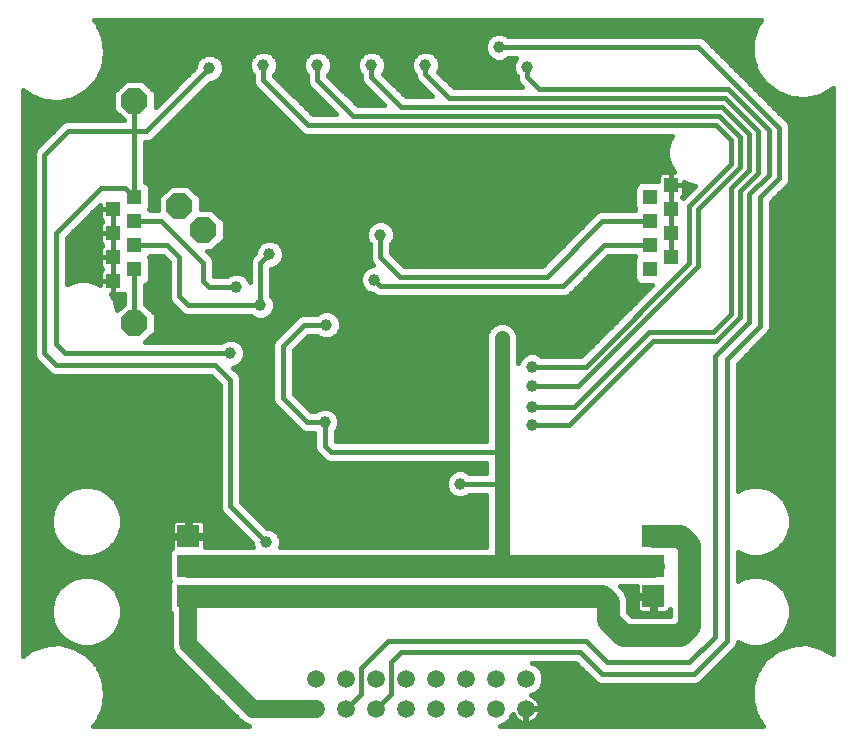
<source format=gbl>
G75*
%MOIN*%
%OFA0B0*%
%FSLAX24Y24*%
%IPPOS*%
%LPD*%
%AMOC8*
5,1,8,0,0,1.08239X$1,22.5*
%
%ADD10R,0.0515X0.0515*%
%ADD11R,0.0750X0.0750*%
%ADD12OC8,0.0850*%
%ADD13C,0.0595*%
%ADD14C,0.0396*%
%ADD15C,0.0160*%
%ADD16C,0.0750*%
%ADD17C,0.0600*%
%ADD18C,0.0500*%
D10*
X003680Y019793D03*
X003680Y020593D03*
X004380Y020193D03*
X004380Y020993D03*
X004380Y021793D03*
X003680Y021393D03*
X003680Y022193D03*
X004380Y022593D03*
X021580Y022593D03*
X022280Y022193D03*
X022280Y022993D03*
X021580Y021793D03*
X021580Y020993D03*
X022280Y020593D03*
X021580Y020193D03*
X022280Y021393D03*
D11*
X021680Y011293D03*
X021680Y010293D03*
X021680Y009293D03*
X006180Y009293D03*
X006180Y010293D03*
X006180Y011293D03*
D12*
X004380Y018393D03*
X006680Y021493D03*
X005880Y022293D03*
X004380Y025793D03*
D13*
X010430Y006543D03*
X010430Y005543D03*
X011430Y005543D03*
X012430Y005543D03*
X013430Y005543D03*
X014430Y005543D03*
X015430Y005543D03*
X016430Y005543D03*
X017430Y005543D03*
X017430Y006543D03*
X016430Y006543D03*
X015430Y006543D03*
X014430Y006543D03*
X013430Y006543D03*
X012430Y006543D03*
X011430Y006543D03*
D14*
X008780Y011093D03*
X010730Y015093D03*
X010880Y016693D03*
X010780Y018343D03*
X012380Y019843D03*
X012580Y021343D03*
X013880Y021843D03*
X016630Y017893D03*
X017630Y016943D03*
X017630Y016293D03*
X017630Y015593D03*
X017630Y014993D03*
X015230Y015093D03*
X015230Y013043D03*
X013230Y013043D03*
X012730Y015093D03*
X015930Y011043D03*
X020680Y005993D03*
X020680Y005493D03*
X021180Y005493D03*
X021680Y005493D03*
X021680Y005993D03*
X021180Y005993D03*
X021180Y005993D03*
X007580Y017393D03*
X008580Y018993D03*
X007780Y019593D03*
X008880Y020693D03*
X006880Y026893D03*
X008680Y026993D03*
X010480Y026993D03*
X012280Y026993D03*
X014080Y026993D03*
X016530Y027593D03*
X017480Y026943D03*
X019080Y023693D03*
X019080Y023193D03*
X019580Y023193D03*
X020080Y023193D03*
X020080Y023693D03*
X019580Y023693D03*
X019580Y023693D03*
X001880Y012793D03*
X004680Y005993D03*
X004680Y005493D03*
X005180Y005493D03*
X005180Y005993D03*
X005180Y005993D03*
X005680Y005993D03*
X005680Y005493D03*
D15*
X003118Y005097D02*
X003003Y004973D01*
X008190Y004973D01*
X008001Y005052D01*
X007838Y005215D01*
X005688Y007365D01*
X005600Y007578D01*
X005600Y008727D01*
X005568Y008760D01*
X005525Y008863D01*
X005525Y009724D01*
X005554Y009793D01*
X005525Y009863D01*
X005525Y010724D01*
X005568Y010827D01*
X005627Y010886D01*
X005625Y010895D01*
X005625Y011248D01*
X006135Y011248D01*
X006135Y011338D01*
X005625Y011338D01*
X005625Y011692D01*
X005637Y011738D01*
X005661Y011779D01*
X005694Y011812D01*
X005736Y011836D01*
X005781Y011848D01*
X006135Y011848D01*
X006135Y011338D01*
X006225Y011338D01*
X006735Y011338D01*
X006735Y011692D01*
X006723Y011738D01*
X006699Y011779D01*
X006666Y011812D01*
X006624Y011836D01*
X006579Y011848D01*
X006225Y011848D01*
X006225Y011338D01*
X006225Y011248D01*
X006735Y011248D01*
X006735Y010948D01*
X008323Y010948D01*
X008302Y010998D01*
X008302Y011062D01*
X007275Y012089D01*
X007220Y012222D01*
X007220Y016344D01*
X006931Y016633D01*
X001708Y016633D01*
X001576Y016688D01*
X001475Y016789D01*
X001075Y017189D01*
X001020Y017322D01*
X001020Y024065D01*
X001075Y024197D01*
X001176Y024298D01*
X001976Y025098D01*
X000660Y025098D01*
X000660Y024940D02*
X001817Y024940D01*
X001659Y024781D02*
X000660Y024781D01*
X000660Y024623D02*
X001500Y024623D01*
X001342Y024464D02*
X000660Y024464D01*
X000660Y024306D02*
X001183Y024306D01*
X001054Y024147D02*
X000660Y024147D01*
X000660Y023989D02*
X001020Y023989D01*
X001020Y023830D02*
X000660Y023830D01*
X000660Y023672D02*
X001020Y023672D01*
X001020Y023513D02*
X000660Y023513D01*
X000660Y023355D02*
X001020Y023355D01*
X001020Y023196D02*
X000660Y023196D01*
X000660Y023038D02*
X001020Y023038D01*
X001020Y022879D02*
X000660Y022879D01*
X000660Y022721D02*
X001020Y022721D01*
X001020Y022562D02*
X000660Y022562D01*
X000660Y022404D02*
X001020Y022404D01*
X001020Y022245D02*
X000660Y022245D01*
X000660Y022087D02*
X001020Y022087D01*
X001020Y021928D02*
X000660Y021928D01*
X000660Y021770D02*
X001020Y021770D01*
X001020Y021611D02*
X000660Y021611D01*
X000660Y021453D02*
X001020Y021453D01*
X001020Y021294D02*
X000660Y021294D01*
X000660Y021136D02*
X001020Y021136D01*
X001020Y020977D02*
X000660Y020977D01*
X000660Y020819D02*
X001020Y020819D01*
X001020Y020660D02*
X000660Y020660D01*
X000660Y020502D02*
X001020Y020502D01*
X001020Y020343D02*
X000660Y020343D01*
X000660Y020185D02*
X001020Y020185D01*
X001020Y020026D02*
X000660Y020026D01*
X000660Y019868D02*
X001020Y019868D01*
X001020Y019709D02*
X000660Y019709D01*
X000660Y019551D02*
X001020Y019551D01*
X001020Y019392D02*
X000660Y019392D01*
X000660Y019234D02*
X001020Y019234D01*
X001020Y019075D02*
X000660Y019075D01*
X000660Y018917D02*
X001020Y018917D01*
X001020Y018758D02*
X000660Y018758D01*
X000660Y018600D02*
X001020Y018600D01*
X001020Y018441D02*
X000660Y018441D01*
X000660Y018283D02*
X001020Y018283D01*
X001020Y018124D02*
X000660Y018124D01*
X000660Y017966D02*
X001020Y017966D01*
X001020Y017807D02*
X000660Y017807D01*
X000660Y017649D02*
X001020Y017649D01*
X001020Y017490D02*
X000660Y017490D01*
X000660Y017332D02*
X001020Y017332D01*
X001091Y017173D02*
X000660Y017173D01*
X000660Y017015D02*
X001249Y017015D01*
X001408Y016856D02*
X000660Y016856D01*
X000660Y016698D02*
X001566Y016698D01*
X001780Y016993D02*
X007080Y016993D01*
X007580Y016493D01*
X007580Y012293D01*
X008780Y011093D01*
X009208Y011309D02*
X016100Y011309D01*
X016100Y011467D02*
X009082Y011467D01*
X009051Y011499D02*
X008875Y011571D01*
X008811Y011571D01*
X007940Y012442D01*
X007940Y016565D01*
X007885Y016697D01*
X007784Y016798D01*
X007667Y016915D01*
X007675Y016915D01*
X007851Y016988D01*
X007985Y017122D01*
X008058Y017298D01*
X008058Y017488D01*
X007985Y017664D01*
X007851Y017799D01*
X007675Y017871D01*
X007485Y017871D01*
X007309Y017799D01*
X007264Y017753D01*
X004737Y017753D01*
X005085Y018101D01*
X005085Y018685D01*
X004740Y019030D01*
X004740Y019675D01*
X004796Y019698D01*
X004875Y019777D01*
X004917Y019880D01*
X004917Y020506D01*
X004882Y020593D01*
X004898Y020633D01*
X005331Y020633D01*
X005520Y020444D01*
X005520Y019222D01*
X005575Y019089D01*
X005875Y018789D01*
X005976Y018688D01*
X006108Y018633D01*
X008264Y018633D01*
X008309Y018588D01*
X008485Y018515D01*
X008675Y018515D01*
X008851Y018588D01*
X008985Y018722D01*
X009058Y018898D01*
X009058Y019088D01*
X008985Y019264D01*
X008940Y019309D01*
X008940Y020215D01*
X008975Y020215D01*
X009151Y020288D01*
X009285Y020422D01*
X009358Y020598D01*
X009358Y020788D01*
X009285Y020964D01*
X009151Y021099D01*
X008975Y021171D01*
X008785Y021171D01*
X008609Y021099D01*
X008475Y020964D01*
X008402Y020788D01*
X008402Y020724D01*
X008275Y020597D01*
X008220Y020465D01*
X008220Y019780D01*
X008185Y019864D01*
X008051Y019999D01*
X007875Y020071D01*
X007685Y020071D01*
X007509Y019999D01*
X007464Y019953D01*
X007040Y019953D01*
X007040Y020465D01*
X006985Y020597D01*
X006884Y020698D01*
X006794Y020788D01*
X006972Y020788D01*
X007385Y021201D01*
X007385Y021785D01*
X006972Y022198D01*
X006585Y022198D01*
X006585Y022585D01*
X006172Y022998D01*
X005588Y022998D01*
X005175Y022585D01*
X005175Y022153D01*
X004898Y022153D01*
X004882Y022193D01*
X004917Y022280D01*
X004917Y022906D01*
X004875Y023009D01*
X004796Y023088D01*
X004740Y023111D01*
X004740Y024433D01*
X004852Y024433D01*
X004984Y024488D01*
X005085Y024589D01*
X006911Y026415D01*
X006975Y026415D01*
X007151Y026488D01*
X007285Y026622D01*
X007358Y026798D01*
X007358Y026988D01*
X007285Y027164D01*
X007151Y027299D01*
X006975Y027371D01*
X006785Y027371D01*
X006609Y027299D01*
X006475Y027164D01*
X006402Y026988D01*
X006402Y026924D01*
X005085Y025607D01*
X005085Y026085D01*
X004672Y026498D01*
X004088Y026498D01*
X003675Y026085D01*
X003675Y025501D01*
X004020Y025156D01*
X004020Y025153D01*
X002108Y025153D01*
X001976Y025098D01*
X002180Y024793D02*
X001380Y023993D01*
X001380Y017393D01*
X001780Y016993D01*
X002080Y017393D02*
X001780Y017693D01*
X001780Y021393D01*
X003280Y022893D01*
X004080Y022893D01*
X004380Y022593D01*
X004380Y025793D01*
X004804Y026366D02*
X005844Y026366D01*
X005685Y026208D02*
X004962Y026208D01*
X005085Y026049D02*
X005527Y026049D01*
X005368Y025891D02*
X005085Y025891D01*
X005085Y025732D02*
X005210Y025732D01*
X005753Y025257D02*
X009407Y025257D01*
X009249Y025415D02*
X005911Y025415D01*
X006070Y025574D02*
X009090Y025574D01*
X008932Y025732D02*
X006228Y025732D01*
X006387Y025891D02*
X008773Y025891D01*
X008615Y026049D02*
X006545Y026049D01*
X006704Y026208D02*
X008456Y026208D01*
X008375Y026289D02*
X009875Y024789D01*
X009976Y024688D01*
X010108Y024633D01*
X022287Y024633D01*
X022227Y024529D01*
X022150Y024242D01*
X022150Y023945D01*
X022227Y023657D01*
X022358Y023431D01*
X022280Y023431D01*
X021999Y023431D01*
X021953Y023419D01*
X021912Y023395D01*
X021878Y023361D01*
X021855Y023320D01*
X021843Y023274D01*
X021843Y023131D01*
X021267Y023131D01*
X021164Y023088D01*
X021085Y023009D01*
X021043Y022906D01*
X021043Y022280D01*
X021078Y022193D01*
X021062Y022153D01*
X019908Y022153D01*
X019776Y022098D01*
X017981Y020303D01*
X013379Y020303D01*
X012940Y020742D01*
X012940Y021027D01*
X012985Y021072D01*
X013058Y021248D01*
X013058Y021438D01*
X012985Y021614D01*
X012851Y021749D01*
X012675Y021821D01*
X012485Y021821D01*
X012309Y021749D01*
X012175Y021614D01*
X012102Y021438D01*
X012102Y021248D01*
X012175Y021072D01*
X012220Y021027D01*
X012220Y020522D01*
X012275Y020389D01*
X012343Y020321D01*
X012285Y020321D01*
X012109Y020249D01*
X011975Y020114D01*
X011902Y019938D01*
X011902Y019748D01*
X011975Y019572D01*
X012109Y019438D01*
X012285Y019365D01*
X012349Y019365D01*
X012376Y019338D01*
X012508Y019283D01*
X018752Y019283D01*
X018884Y019338D01*
X018985Y019439D01*
X020179Y020633D01*
X021062Y020633D01*
X021078Y020593D01*
X021043Y020506D01*
X021043Y019880D01*
X021085Y019777D01*
X021164Y019698D01*
X021267Y019656D01*
X021633Y019656D01*
X019281Y017303D01*
X017946Y017303D01*
X017901Y017349D01*
X017725Y017421D01*
X017535Y017421D01*
X017359Y017349D01*
X017225Y017214D01*
X017160Y017058D01*
X017160Y017999D01*
X017079Y018194D01*
X016930Y018343D01*
X016735Y018423D01*
X016525Y018423D01*
X016330Y018343D01*
X016181Y018194D01*
X016100Y017999D01*
X016100Y014453D01*
X011090Y014453D01*
X011090Y014777D01*
X011135Y014822D01*
X011208Y014998D01*
X011208Y015188D01*
X011135Y015364D01*
X011001Y015499D01*
X010825Y015571D01*
X010635Y015571D01*
X010459Y015499D01*
X010414Y015453D01*
X010279Y015453D01*
X009690Y016042D01*
X009690Y017494D01*
X010179Y017983D01*
X010464Y017983D01*
X010509Y017938D01*
X010685Y017865D01*
X010875Y017865D01*
X011051Y017938D01*
X011185Y018072D01*
X011258Y018248D01*
X011258Y018438D01*
X011185Y018614D01*
X011051Y018749D01*
X010875Y018821D01*
X010685Y018821D01*
X010509Y018749D01*
X010464Y018703D01*
X009958Y018703D01*
X009826Y018648D01*
X009126Y017948D01*
X009025Y017847D01*
X008970Y017715D01*
X008970Y015822D01*
X009025Y015689D01*
X009825Y014889D01*
X009926Y014788D01*
X010058Y014733D01*
X010370Y014733D01*
X010370Y014222D01*
X010425Y014089D01*
X010526Y013988D01*
X010726Y013788D01*
X010858Y013733D01*
X016100Y013733D01*
X016100Y013403D01*
X015546Y013403D01*
X015501Y013449D01*
X015325Y013521D01*
X015135Y013521D01*
X014959Y013449D01*
X014825Y013314D01*
X014752Y013138D01*
X014752Y012948D01*
X014825Y012772D01*
X014959Y012638D01*
X015135Y012565D01*
X015325Y012565D01*
X015501Y012638D01*
X015546Y012683D01*
X016100Y012683D01*
X016100Y010948D01*
X009237Y010948D01*
X009258Y010998D01*
X009258Y011188D01*
X009185Y011364D01*
X009051Y011499D01*
X008757Y011626D02*
X016100Y011626D01*
X016100Y011784D02*
X008598Y011784D01*
X008440Y011943D02*
X016100Y011943D01*
X016100Y012101D02*
X008281Y012101D01*
X008123Y012260D02*
X016100Y012260D01*
X016100Y012418D02*
X007964Y012418D01*
X007940Y012577D02*
X015107Y012577D01*
X015353Y012577D02*
X016100Y012577D01*
X016530Y013043D02*
X015230Y013043D01*
X014752Y013052D02*
X007940Y013052D01*
X007940Y012894D02*
X014774Y012894D01*
X014862Y012735D02*
X007940Y012735D01*
X007940Y013211D02*
X014782Y013211D01*
X014880Y013369D02*
X007940Y013369D01*
X007940Y013528D02*
X016100Y013528D01*
X016100Y013686D02*
X007940Y013686D01*
X007940Y013845D02*
X010669Y013845D01*
X010511Y014003D02*
X007940Y014003D01*
X007940Y014162D02*
X010395Y014162D01*
X010370Y014320D02*
X007940Y014320D01*
X007940Y014479D02*
X010370Y014479D01*
X010370Y014637D02*
X007940Y014637D01*
X007940Y014796D02*
X009918Y014796D01*
X009760Y014954D02*
X007940Y014954D01*
X007940Y015113D02*
X009601Y015113D01*
X009443Y015271D02*
X007940Y015271D01*
X007940Y015430D02*
X009284Y015430D01*
X009126Y015588D02*
X007940Y015588D01*
X007940Y015747D02*
X009001Y015747D01*
X008970Y015905D02*
X007940Y015905D01*
X007940Y016064D02*
X008970Y016064D01*
X008970Y016222D02*
X007940Y016222D01*
X007940Y016381D02*
X008970Y016381D01*
X008970Y016539D02*
X007940Y016539D01*
X007885Y016698D02*
X008970Y016698D01*
X008970Y016856D02*
X007726Y016856D01*
X007878Y017015D02*
X008970Y017015D01*
X008970Y017173D02*
X008006Y017173D01*
X008058Y017332D02*
X008970Y017332D01*
X008970Y017490D02*
X008057Y017490D01*
X007992Y017649D02*
X008970Y017649D01*
X009008Y017807D02*
X007830Y017807D01*
X007580Y017393D02*
X002080Y017393D01*
X000660Y016539D02*
X007025Y016539D01*
X007183Y016381D02*
X000660Y016381D01*
X000660Y016222D02*
X007220Y016222D01*
X007220Y016064D02*
X000660Y016064D01*
X000660Y015905D02*
X007220Y015905D01*
X007220Y015747D02*
X000660Y015747D01*
X000660Y015588D02*
X007220Y015588D01*
X007220Y015430D02*
X000660Y015430D01*
X000660Y015271D02*
X007220Y015271D01*
X007220Y015113D02*
X000660Y015113D01*
X000660Y014954D02*
X007220Y014954D01*
X007220Y014796D02*
X000660Y014796D01*
X000660Y014637D02*
X007220Y014637D01*
X007220Y014479D02*
X000660Y014479D01*
X000660Y014320D02*
X007220Y014320D01*
X007220Y014162D02*
X000660Y014162D01*
X000660Y014003D02*
X007220Y014003D01*
X007220Y013845D02*
X000660Y013845D01*
X000660Y013686D02*
X007220Y013686D01*
X007220Y013528D02*
X000660Y013528D01*
X000660Y013369D02*
X007220Y013369D01*
X007220Y013211D02*
X000660Y013211D01*
X000660Y013052D02*
X007220Y013052D01*
X007220Y012894D02*
X003232Y012894D01*
X003235Y012893D02*
X002935Y012973D01*
X002625Y012973D01*
X002325Y012893D01*
X002055Y012738D01*
X001836Y012518D01*
X001680Y012249D01*
X001600Y011949D01*
X001600Y011638D01*
X001680Y011338D01*
X001836Y011069D01*
X002055Y010849D01*
X002325Y010694D01*
X002625Y010613D01*
X002935Y010613D01*
X003235Y010694D01*
X003505Y010849D01*
X003724Y011069D01*
X003880Y011338D01*
X003960Y011638D01*
X003960Y011949D01*
X003880Y012249D01*
X003724Y012518D01*
X003505Y012738D01*
X003235Y012893D01*
X003507Y012735D02*
X007220Y012735D01*
X007220Y012577D02*
X003665Y012577D01*
X003782Y012418D02*
X007220Y012418D01*
X007220Y012260D02*
X003873Y012260D01*
X003919Y012101D02*
X007270Y012101D01*
X007421Y011943D02*
X003960Y011943D01*
X003960Y011784D02*
X005666Y011784D01*
X005625Y011626D02*
X003957Y011626D01*
X003914Y011467D02*
X005625Y011467D01*
X005625Y011150D02*
X003771Y011150D01*
X003863Y011309D02*
X006135Y011309D01*
X006225Y011309D02*
X008055Y011309D01*
X007897Y011467D02*
X006735Y011467D01*
X006735Y011626D02*
X007738Y011626D01*
X007580Y011784D02*
X006694Y011784D01*
X006225Y011784D02*
X006135Y011784D01*
X006135Y011626D02*
X006225Y011626D01*
X006225Y011467D02*
X006135Y011467D01*
X005625Y010992D02*
X003647Y010992D01*
X003477Y010833D02*
X005574Y010833D01*
X005525Y010675D02*
X003165Y010675D01*
X002395Y010675D02*
X000660Y010675D01*
X000660Y010833D02*
X002083Y010833D01*
X001913Y010992D02*
X000660Y010992D01*
X000660Y011150D02*
X001789Y011150D01*
X001697Y011309D02*
X000660Y011309D01*
X000660Y011467D02*
X001646Y011467D01*
X001603Y011626D02*
X000660Y011626D01*
X000660Y011784D02*
X001600Y011784D01*
X001600Y011943D02*
X000660Y011943D01*
X000660Y012101D02*
X001641Y012101D01*
X001687Y012260D02*
X000660Y012260D01*
X000660Y012418D02*
X001778Y012418D01*
X001895Y012577D02*
X000660Y012577D01*
X000660Y012735D02*
X002053Y012735D01*
X002328Y012894D02*
X000660Y012894D01*
X000660Y010516D02*
X005525Y010516D01*
X005525Y010358D02*
X000660Y010358D01*
X000660Y010199D02*
X005525Y010199D01*
X005525Y010041D02*
X000660Y010041D01*
X000660Y009882D02*
X002306Y009882D01*
X002325Y009893D02*
X002055Y009738D01*
X001836Y009518D01*
X001680Y009249D01*
X001600Y008949D01*
X001600Y008638D01*
X001680Y008338D01*
X001836Y008069D01*
X002055Y007849D01*
X002325Y007694D01*
X002625Y007613D01*
X002935Y007613D01*
X003235Y007694D01*
X003505Y007849D01*
X003724Y008069D01*
X003880Y008338D01*
X003960Y008638D01*
X003960Y008949D01*
X003880Y009249D01*
X003724Y009518D01*
X003505Y009738D01*
X003235Y009893D01*
X002935Y009973D01*
X002625Y009973D01*
X002325Y009893D01*
X002042Y009724D02*
X000660Y009724D01*
X000660Y009565D02*
X001883Y009565D01*
X001772Y009407D02*
X000660Y009407D01*
X000660Y009248D02*
X001680Y009248D01*
X001638Y009090D02*
X000660Y009090D01*
X000660Y008931D02*
X001600Y008931D01*
X001600Y008773D02*
X000660Y008773D01*
X000660Y008614D02*
X001606Y008614D01*
X001649Y008456D02*
X000660Y008456D01*
X000660Y008297D02*
X001704Y008297D01*
X001795Y008139D02*
X000660Y008139D01*
X000660Y007980D02*
X001924Y007980D01*
X002103Y007822D02*
X000660Y007822D01*
X000660Y007663D02*
X001311Y007663D01*
X001356Y007681D02*
X000890Y007498D01*
X000660Y007315D01*
X000660Y026172D01*
X000890Y025988D01*
X001356Y025805D01*
X001856Y025768D01*
X002344Y025879D01*
X002777Y026130D01*
X002777Y026130D01*
X003118Y026497D01*
X003335Y026948D01*
X003410Y027443D01*
X003335Y027938D01*
X003118Y028390D01*
X003022Y028493D01*
X025267Y028493D01*
X025116Y028272D01*
X024969Y027794D01*
X024969Y027293D01*
X025116Y026814D01*
X025398Y026401D01*
X025398Y026401D01*
X025398Y026401D01*
X025790Y026088D01*
X026256Y025905D01*
X026756Y025868D01*
X027244Y025979D01*
X027670Y026226D01*
X027670Y007361D01*
X027244Y007607D01*
X026756Y007719D01*
X026256Y007681D01*
X025790Y007498D01*
X025398Y007186D01*
X025116Y006772D01*
X024969Y006294D01*
X024969Y005793D01*
X025116Y005314D01*
X025349Y004973D01*
X016563Y004973D01*
X016757Y005054D01*
X016920Y005216D01*
X016984Y005371D01*
X016988Y005360D01*
X017022Y005293D01*
X017066Y005232D01*
X017119Y005179D01*
X017180Y005135D01*
X017247Y005101D01*
X017318Y005078D01*
X017392Y005066D01*
X017411Y005066D01*
X017411Y005525D01*
X017449Y005525D01*
X017449Y005562D01*
X017907Y005562D01*
X017907Y005581D01*
X017896Y005655D01*
X017872Y005727D01*
X017838Y005794D01*
X017794Y005854D01*
X017741Y005908D01*
X017680Y005952D01*
X017613Y005986D01*
X017602Y005989D01*
X017757Y006054D01*
X017920Y006216D01*
X018007Y006428D01*
X018007Y006658D01*
X017920Y006870D01*
X017757Y007033D01*
X017635Y007083D01*
X019081Y007083D01*
X019776Y006388D01*
X019908Y006333D01*
X023102Y006333D01*
X023234Y006388D01*
X023335Y006489D01*
X024435Y007589D01*
X024490Y007722D01*
X024490Y007771D01*
X024625Y007694D01*
X024925Y007613D01*
X025235Y007613D01*
X025535Y007694D01*
X025805Y007849D01*
X026024Y008069D01*
X026180Y008338D01*
X026260Y008638D01*
X026260Y008949D01*
X026180Y009249D01*
X026024Y009518D01*
X025805Y009738D01*
X025535Y009893D01*
X025235Y009973D01*
X024925Y009973D01*
X024625Y009893D01*
X024490Y009815D01*
X024490Y010771D01*
X024625Y010694D01*
X024925Y010613D01*
X025235Y010613D01*
X025535Y010694D01*
X025805Y010849D01*
X026024Y011069D01*
X026180Y011338D01*
X026260Y011638D01*
X026260Y011949D01*
X026180Y012249D01*
X026024Y012518D01*
X025805Y012738D01*
X025535Y012893D01*
X025235Y012973D01*
X024925Y012973D01*
X024625Y012893D01*
X024490Y012815D01*
X024490Y017044D01*
X025535Y018089D01*
X025590Y018222D01*
X025590Y022444D01*
X026185Y023039D01*
X026240Y023172D01*
X026240Y024965D01*
X026185Y025097D01*
X026084Y025198D01*
X023384Y027898D01*
X023252Y027953D01*
X016846Y027953D01*
X016801Y027999D01*
X016625Y028071D01*
X016435Y028071D01*
X016259Y027999D01*
X016125Y027864D01*
X016052Y027688D01*
X016052Y027498D01*
X016125Y027322D01*
X016259Y027188D01*
X016435Y027115D01*
X016625Y027115D01*
X016801Y027188D01*
X016846Y027233D01*
X017094Y027233D01*
X017075Y027214D01*
X017002Y027038D01*
X017002Y026848D01*
X017075Y026672D01*
X017120Y026627D01*
X017120Y026522D01*
X017175Y026389D01*
X017276Y026288D01*
X017311Y026253D01*
X015029Y026253D01*
X014507Y026775D01*
X014558Y026898D01*
X014558Y027088D01*
X014485Y027264D01*
X014351Y027399D01*
X014175Y027471D01*
X013985Y027471D01*
X013809Y027399D01*
X013675Y027264D01*
X013602Y027088D01*
X013602Y026898D01*
X013675Y026722D01*
X013720Y026677D01*
X013720Y026622D01*
X013775Y026489D01*
X014311Y025953D01*
X013429Y025953D01*
X012673Y026710D01*
X012685Y026722D01*
X012758Y026898D01*
X012758Y027088D01*
X012685Y027264D01*
X012551Y027399D01*
X012375Y027471D01*
X012185Y027471D01*
X012009Y027399D01*
X011875Y027264D01*
X011802Y027088D01*
X011802Y026898D01*
X011875Y026722D01*
X011920Y026677D01*
X011920Y026522D01*
X011975Y026389D01*
X012711Y025653D01*
X011829Y025653D01*
X010840Y026642D01*
X010840Y026677D01*
X010885Y026722D01*
X010958Y026898D01*
X010958Y027088D01*
X010885Y027264D01*
X010751Y027399D01*
X010575Y027471D01*
X010385Y027471D01*
X010209Y027399D01*
X010075Y027264D01*
X010002Y027088D01*
X010002Y026898D01*
X010075Y026722D01*
X010120Y026677D01*
X010120Y026422D01*
X010175Y026289D01*
X011111Y025353D01*
X010329Y025353D01*
X009040Y026642D01*
X009040Y026677D01*
X009085Y026722D01*
X009158Y026898D01*
X009158Y027088D01*
X009085Y027264D01*
X008951Y027399D01*
X008775Y027471D01*
X008585Y027471D01*
X008409Y027399D01*
X008275Y027264D01*
X008202Y027088D01*
X008202Y026898D01*
X008275Y026722D01*
X008320Y026677D01*
X008320Y026422D01*
X008375Y026289D01*
X008343Y026366D02*
X006862Y026366D01*
X007188Y026525D02*
X008320Y026525D01*
X008314Y026683D02*
X007311Y026683D01*
X007358Y026842D02*
X008225Y026842D01*
X008202Y027000D02*
X007353Y027000D01*
X007288Y027159D02*
X008231Y027159D01*
X008328Y027317D02*
X007106Y027317D01*
X006654Y027317D02*
X003391Y027317D01*
X003405Y027476D02*
X016061Y027476D01*
X016052Y027634D02*
X003381Y027634D01*
X003357Y027793D02*
X016095Y027793D01*
X016212Y027951D02*
X003329Y027951D01*
X003335Y027938D02*
X003335Y027938D01*
X003253Y028110D02*
X025066Y028110D01*
X025115Y028268D02*
X003177Y028268D01*
X003118Y028390D02*
X003118Y028390D01*
X003084Y028427D02*
X025222Y028427D01*
X025116Y028272D02*
X025116Y028272D01*
X025017Y027951D02*
X023256Y027951D01*
X023490Y027793D02*
X024969Y027793D01*
X024969Y027634D02*
X023648Y027634D01*
X023807Y027476D02*
X024969Y027476D01*
X024969Y027317D02*
X023965Y027317D01*
X024124Y027159D02*
X025010Y027159D01*
X025059Y027000D02*
X024282Y027000D01*
X024441Y026842D02*
X025108Y026842D01*
X025116Y026814D02*
X025116Y026814D01*
X025206Y026683D02*
X024599Y026683D01*
X024758Y026525D02*
X025314Y026525D01*
X025441Y026366D02*
X024916Y026366D01*
X025075Y026208D02*
X025640Y026208D01*
X025790Y026088D02*
X025790Y026088D01*
X025889Y026049D02*
X025233Y026049D01*
X025392Y025891D02*
X026451Y025891D01*
X026256Y025905D02*
X026256Y025905D01*
X026756Y025868D02*
X026756Y025868D01*
X026856Y025891D02*
X027670Y025891D01*
X027670Y026049D02*
X027365Y026049D01*
X027244Y025979D02*
X027244Y025979D01*
X027639Y026208D02*
X027670Y026208D01*
X027670Y025732D02*
X025550Y025732D01*
X025709Y025574D02*
X027670Y025574D01*
X027670Y025415D02*
X025867Y025415D01*
X026026Y025257D02*
X027670Y025257D01*
X027670Y025098D02*
X026184Y025098D01*
X026240Y024940D02*
X027670Y024940D01*
X027670Y024781D02*
X026240Y024781D01*
X026240Y024623D02*
X027670Y024623D01*
X027670Y024464D02*
X026240Y024464D01*
X026240Y024306D02*
X027670Y024306D01*
X027670Y024147D02*
X026240Y024147D01*
X026240Y023989D02*
X027670Y023989D01*
X027670Y023830D02*
X026240Y023830D01*
X026240Y023672D02*
X027670Y023672D01*
X027670Y023513D02*
X026240Y023513D01*
X026240Y023355D02*
X027670Y023355D01*
X027670Y023196D02*
X026240Y023196D01*
X026184Y023038D02*
X027670Y023038D01*
X027670Y022879D02*
X026025Y022879D01*
X025867Y022721D02*
X027670Y022721D01*
X027670Y022562D02*
X025708Y022562D01*
X025590Y022404D02*
X027670Y022404D01*
X027670Y022245D02*
X025590Y022245D01*
X025590Y022087D02*
X027670Y022087D01*
X027670Y021928D02*
X025590Y021928D01*
X025590Y021770D02*
X027670Y021770D01*
X027670Y021611D02*
X025590Y021611D01*
X025590Y021453D02*
X027670Y021453D01*
X027670Y021294D02*
X025590Y021294D01*
X025590Y021136D02*
X027670Y021136D01*
X027670Y020977D02*
X025590Y020977D01*
X025590Y020819D02*
X027670Y020819D01*
X027670Y020660D02*
X025590Y020660D01*
X025590Y020502D02*
X027670Y020502D01*
X027670Y020343D02*
X025590Y020343D01*
X025590Y020185D02*
X027670Y020185D01*
X027670Y020026D02*
X025590Y020026D01*
X025590Y019868D02*
X027670Y019868D01*
X027670Y019709D02*
X025590Y019709D01*
X025590Y019551D02*
X027670Y019551D01*
X027670Y019392D02*
X025590Y019392D01*
X025590Y019234D02*
X027670Y019234D01*
X027670Y019075D02*
X025590Y019075D01*
X025590Y018917D02*
X027670Y018917D01*
X027670Y018758D02*
X025590Y018758D01*
X025590Y018600D02*
X027670Y018600D01*
X027670Y018441D02*
X025590Y018441D01*
X025590Y018283D02*
X027670Y018283D01*
X027670Y018124D02*
X025550Y018124D01*
X025412Y017966D02*
X027670Y017966D01*
X027670Y017807D02*
X025253Y017807D01*
X025095Y017649D02*
X027670Y017649D01*
X027670Y017490D02*
X024936Y017490D01*
X024778Y017332D02*
X027670Y017332D01*
X027670Y017173D02*
X024619Y017173D01*
X024490Y017015D02*
X027670Y017015D01*
X027670Y016856D02*
X024490Y016856D01*
X024490Y016698D02*
X027670Y016698D01*
X027670Y016539D02*
X024490Y016539D01*
X024490Y016381D02*
X027670Y016381D01*
X027670Y016222D02*
X024490Y016222D01*
X024490Y016064D02*
X027670Y016064D01*
X027670Y015905D02*
X024490Y015905D01*
X024490Y015747D02*
X027670Y015747D01*
X027670Y015588D02*
X024490Y015588D01*
X024490Y015430D02*
X027670Y015430D01*
X027670Y015271D02*
X024490Y015271D01*
X024490Y015113D02*
X027670Y015113D01*
X027670Y014954D02*
X024490Y014954D01*
X024490Y014796D02*
X027670Y014796D01*
X027670Y014637D02*
X024490Y014637D01*
X024490Y014479D02*
X027670Y014479D01*
X027670Y014320D02*
X024490Y014320D01*
X024490Y014162D02*
X027670Y014162D01*
X027670Y014003D02*
X024490Y014003D01*
X024490Y013845D02*
X027670Y013845D01*
X027670Y013686D02*
X024490Y013686D01*
X024490Y013528D02*
X027670Y013528D01*
X027670Y013369D02*
X024490Y013369D01*
X024490Y013211D02*
X027670Y013211D01*
X027670Y013052D02*
X024490Y013052D01*
X024490Y012894D02*
X024628Y012894D01*
X025532Y012894D02*
X027670Y012894D01*
X027670Y012735D02*
X025807Y012735D01*
X025965Y012577D02*
X027670Y012577D01*
X027670Y012418D02*
X026082Y012418D01*
X026173Y012260D02*
X027670Y012260D01*
X027670Y012101D02*
X026219Y012101D01*
X026260Y011943D02*
X027670Y011943D01*
X027670Y011784D02*
X026260Y011784D01*
X026257Y011626D02*
X027670Y011626D01*
X027670Y011467D02*
X026214Y011467D01*
X026163Y011309D02*
X027670Y011309D01*
X027670Y011150D02*
X026071Y011150D01*
X025947Y010992D02*
X027670Y010992D01*
X027670Y010833D02*
X025777Y010833D01*
X025465Y010675D02*
X027670Y010675D01*
X027670Y010516D02*
X024490Y010516D01*
X024490Y010358D02*
X027670Y010358D01*
X027670Y010199D02*
X024490Y010199D01*
X024490Y010041D02*
X027670Y010041D01*
X027670Y009882D02*
X025554Y009882D01*
X025818Y009724D02*
X027670Y009724D01*
X027670Y009565D02*
X025977Y009565D01*
X026088Y009407D02*
X027670Y009407D01*
X027670Y009248D02*
X026180Y009248D01*
X026222Y009090D02*
X027670Y009090D01*
X027670Y008931D02*
X026260Y008931D01*
X026260Y008773D02*
X027670Y008773D01*
X027670Y008614D02*
X026254Y008614D01*
X026211Y008456D02*
X027670Y008456D01*
X027670Y008297D02*
X026156Y008297D01*
X026065Y008139D02*
X027670Y008139D01*
X027670Y007980D02*
X025936Y007980D01*
X025757Y007822D02*
X027670Y007822D01*
X027670Y007663D02*
X026998Y007663D01*
X027421Y007505D02*
X027670Y007505D01*
X026211Y007663D02*
X025422Y007663D01*
X025600Y007346D02*
X024192Y007346D01*
X024034Y007188D02*
X025401Y007188D01*
X025398Y007186D02*
X025398Y007186D01*
X025398Y007186D01*
X025292Y007029D02*
X023875Y007029D01*
X023717Y006871D02*
X025184Y006871D01*
X025116Y006772D02*
X025116Y006772D01*
X025098Y006712D02*
X023558Y006712D01*
X023400Y006554D02*
X025049Y006554D01*
X025000Y006395D02*
X023241Y006395D01*
X023030Y006693D02*
X019980Y006693D01*
X019230Y007443D01*
X013280Y007443D01*
X012930Y007093D01*
X012930Y006043D01*
X012430Y005543D01*
X011930Y006043D02*
X011430Y005543D01*
X011930Y006043D02*
X011930Y006893D01*
X012830Y007793D01*
X019430Y007793D01*
X020130Y007093D01*
X022880Y007093D01*
X023730Y007943D01*
X023730Y017293D01*
X024880Y018443D01*
X024880Y022693D01*
X025530Y023343D01*
X025530Y024843D01*
X024180Y026193D01*
X017880Y026193D01*
X017480Y026593D01*
X017480Y026943D01*
X017052Y027159D02*
X016730Y027159D01*
X017002Y027000D02*
X014558Y027000D01*
X014535Y026842D02*
X017005Y026842D01*
X017070Y026683D02*
X014599Y026683D01*
X014758Y026525D02*
X017120Y026525D01*
X017198Y026366D02*
X014916Y026366D01*
X014880Y025893D02*
X024080Y025893D01*
X025180Y024793D01*
X025180Y023393D01*
X024580Y022793D01*
X024580Y018593D01*
X023780Y017793D01*
X021680Y017793D01*
X018880Y014993D01*
X017630Y014993D01*
X017630Y015593D02*
X019030Y015593D01*
X021530Y018093D01*
X023680Y018093D01*
X024280Y018693D01*
X024280Y022893D01*
X024880Y023493D01*
X024880Y024693D01*
X023980Y025593D01*
X013280Y025593D01*
X012280Y026593D01*
X012280Y026993D01*
X012758Y027000D02*
X013602Y027000D01*
X013625Y026842D02*
X012735Y026842D01*
X012699Y026683D02*
X013714Y026683D01*
X013760Y026525D02*
X012858Y026525D01*
X013016Y026366D02*
X013898Y026366D01*
X014056Y026208D02*
X013175Y026208D01*
X013333Y026049D02*
X014215Y026049D01*
X014080Y026693D02*
X014880Y025893D01*
X014080Y026693D02*
X014080Y026993D01*
X013631Y027159D02*
X012729Y027159D01*
X012632Y027317D02*
X013728Y027317D01*
X014432Y027317D02*
X016130Y027317D01*
X016330Y027159D02*
X014529Y027159D01*
X012632Y025732D02*
X011750Y025732D01*
X011592Y025891D02*
X012473Y025891D01*
X012315Y026049D02*
X011433Y026049D01*
X011275Y026208D02*
X012156Y026208D01*
X011998Y026366D02*
X011116Y026366D01*
X010958Y026525D02*
X011920Y026525D01*
X011914Y026683D02*
X010846Y026683D01*
X010935Y026842D02*
X011825Y026842D01*
X011802Y027000D02*
X010958Y027000D01*
X010929Y027159D02*
X011831Y027159D01*
X011928Y027317D02*
X010832Y027317D01*
X010480Y026993D02*
X010480Y026493D01*
X011680Y025293D01*
X023880Y025293D01*
X024580Y024593D01*
X024580Y023593D01*
X023180Y022193D01*
X023180Y020293D01*
X019180Y016293D01*
X017630Y016293D01*
X017630Y016943D02*
X019430Y016943D01*
X022880Y020393D01*
X022880Y022293D01*
X024280Y023693D01*
X024280Y024493D01*
X023780Y024993D01*
X010180Y024993D01*
X008680Y026493D01*
X008680Y026993D01*
X009158Y027000D02*
X010002Y027000D01*
X010025Y026842D02*
X009135Y026842D01*
X009046Y026683D02*
X010114Y026683D01*
X010120Y026525D02*
X009158Y026525D01*
X009316Y026366D02*
X010143Y026366D01*
X010256Y026208D02*
X009475Y026208D01*
X009633Y026049D02*
X010415Y026049D01*
X010573Y025891D02*
X009792Y025891D01*
X009950Y025732D02*
X010732Y025732D01*
X010890Y025574D02*
X010109Y025574D01*
X010267Y025415D02*
X011049Y025415D01*
X009883Y024781D02*
X005277Y024781D01*
X005119Y024623D02*
X022281Y024623D01*
X022210Y024464D02*
X004927Y024464D01*
X004740Y024306D02*
X022167Y024306D01*
X022150Y024147D02*
X004740Y024147D01*
X004740Y023989D02*
X022150Y023989D01*
X022181Y023830D02*
X004740Y023830D01*
X004740Y023672D02*
X022223Y023672D01*
X022310Y023513D02*
X004740Y023513D01*
X004740Y023355D02*
X021875Y023355D01*
X021843Y023196D02*
X004740Y023196D01*
X004846Y023038D02*
X021114Y023038D01*
X021043Y022879D02*
X006291Y022879D01*
X006449Y022721D02*
X021043Y022721D01*
X021043Y022562D02*
X006585Y022562D01*
X006585Y022404D02*
X021043Y022404D01*
X021057Y022245D02*
X006585Y022245D01*
X007083Y022087D02*
X019764Y022087D01*
X019606Y021928D02*
X007242Y021928D01*
X007385Y021770D02*
X012360Y021770D01*
X012174Y021611D02*
X007385Y021611D01*
X007385Y021453D02*
X012108Y021453D01*
X012102Y021294D02*
X007385Y021294D01*
X007320Y021136D02*
X008699Y021136D01*
X008488Y020977D02*
X007161Y020977D01*
X007003Y020819D02*
X008414Y020819D01*
X008338Y020660D02*
X006922Y020660D01*
X007025Y020502D02*
X008235Y020502D01*
X008220Y020343D02*
X007040Y020343D01*
X007040Y020185D02*
X008220Y020185D01*
X008220Y020026D02*
X007984Y020026D01*
X008182Y019868D02*
X008220Y019868D01*
X007780Y019593D02*
X006880Y019593D01*
X006680Y019793D01*
X006680Y020393D01*
X005280Y021793D01*
X004380Y021793D01*
X004903Y022245D02*
X005175Y022245D01*
X005175Y022404D02*
X004917Y022404D01*
X004917Y022562D02*
X005175Y022562D01*
X005311Y022721D02*
X004917Y022721D01*
X004917Y022879D02*
X005469Y022879D01*
X003680Y022193D02*
X003680Y021756D01*
X003680Y021393D01*
X003680Y020956D01*
X003680Y020593D01*
X003680Y020156D01*
X003680Y019793D01*
X003680Y019356D01*
X003961Y019356D01*
X004007Y019368D01*
X004020Y019376D01*
X004020Y019030D01*
X003810Y018820D01*
X003810Y018842D01*
X003733Y019129D01*
X003602Y019356D01*
X003680Y019356D01*
X003680Y019793D01*
X003680Y019793D01*
X003243Y019793D01*
X003243Y019673D01*
X003116Y019746D01*
X002829Y019823D01*
X002531Y019823D01*
X002244Y019746D01*
X002140Y019686D01*
X002140Y021244D01*
X003243Y022347D01*
X003243Y022193D01*
X003243Y021912D01*
X003255Y021866D01*
X003278Y021825D01*
X003310Y021793D01*
X003278Y021761D01*
X003255Y021720D01*
X003243Y021674D01*
X003243Y021393D01*
X003243Y021112D01*
X003255Y021066D01*
X003278Y021025D01*
X003310Y020993D01*
X003278Y020961D01*
X003255Y020920D01*
X003243Y020874D01*
X003243Y020593D01*
X003243Y020312D01*
X003255Y020266D01*
X003278Y020225D01*
X003310Y020193D01*
X003278Y020161D01*
X003255Y020120D01*
X003243Y020074D01*
X003243Y019793D01*
X003680Y019793D01*
X003680Y019793D01*
X003680Y020593D01*
X003680Y020593D01*
X003243Y020593D01*
X003680Y020593D01*
X003680Y020593D01*
X003680Y021393D01*
X003680Y021393D01*
X003243Y021393D01*
X003680Y021393D01*
X003680Y021393D01*
X003680Y022193D01*
X003680Y022193D01*
X003243Y022193D01*
X003680Y022193D01*
X003680Y022193D01*
X003680Y022087D02*
X003680Y022087D01*
X003680Y021928D02*
X003680Y021928D01*
X003680Y021770D02*
X003680Y021770D01*
X003680Y021611D02*
X003680Y021611D01*
X003680Y021453D02*
X003680Y021453D01*
X003680Y021393D02*
X003680Y021393D01*
X003680Y021294D02*
X003680Y021294D01*
X003680Y021136D02*
X003680Y021136D01*
X003680Y020977D02*
X003680Y020977D01*
X003680Y020819D02*
X003680Y020819D01*
X003680Y020660D02*
X003680Y020660D01*
X003680Y020593D02*
X003680Y020593D01*
X003680Y020502D02*
X003680Y020502D01*
X003680Y020343D02*
X003680Y020343D01*
X003680Y020185D02*
X003680Y020185D01*
X003680Y020026D02*
X003680Y020026D01*
X003680Y019868D02*
X003680Y019868D01*
X003680Y019793D02*
X003680Y019793D01*
X003680Y019709D02*
X003680Y019709D01*
X003680Y019551D02*
X003680Y019551D01*
X003680Y019392D02*
X003680Y019392D01*
X003673Y019234D02*
X004020Y019234D01*
X004020Y019075D02*
X003747Y019075D01*
X003790Y018917D02*
X003907Y018917D01*
X004380Y018393D02*
X004380Y020193D01*
X004917Y020185D02*
X005520Y020185D01*
X005520Y020343D02*
X004917Y020343D01*
X004917Y020502D02*
X005462Y020502D01*
X005880Y020593D02*
X005880Y019293D01*
X006180Y018993D01*
X008580Y018993D01*
X008580Y020393D01*
X008880Y020693D01*
X009206Y020343D02*
X012321Y020343D01*
X012228Y020502D02*
X009318Y020502D01*
X009358Y020660D02*
X012220Y020660D01*
X012220Y020819D02*
X009346Y020819D01*
X009272Y020977D02*
X012220Y020977D01*
X012148Y021136D02*
X009061Y021136D01*
X008940Y020185D02*
X012045Y020185D01*
X011938Y020026D02*
X008940Y020026D01*
X008940Y019868D02*
X011902Y019868D01*
X011918Y019709D02*
X008940Y019709D01*
X008940Y019551D02*
X011996Y019551D01*
X012219Y019392D02*
X008940Y019392D01*
X008998Y019234D02*
X021211Y019234D01*
X021053Y019075D02*
X009058Y019075D01*
X009058Y018917D02*
X020894Y018917D01*
X020736Y018758D02*
X011027Y018758D01*
X011191Y018600D02*
X020577Y018600D01*
X020419Y018441D02*
X011257Y018441D01*
X011258Y018283D02*
X016270Y018283D01*
X016152Y018124D02*
X011207Y018124D01*
X011079Y017966D02*
X016100Y017966D01*
X016100Y017807D02*
X010003Y017807D01*
X009845Y017649D02*
X016100Y017649D01*
X016100Y017490D02*
X009690Y017490D01*
X009690Y017332D02*
X016100Y017332D01*
X016100Y017173D02*
X009690Y017173D01*
X009690Y017015D02*
X016100Y017015D01*
X016100Y016856D02*
X009690Y016856D01*
X009690Y016698D02*
X016100Y016698D01*
X016100Y016539D02*
X009690Y016539D01*
X009690Y016381D02*
X016100Y016381D01*
X016100Y016222D02*
X009690Y016222D01*
X009690Y016064D02*
X016100Y016064D01*
X016100Y015905D02*
X009827Y015905D01*
X009986Y015747D02*
X016100Y015747D01*
X016100Y015588D02*
X010144Y015588D01*
X010130Y015093D02*
X010730Y015093D01*
X010730Y014293D01*
X010930Y014093D01*
X016530Y014093D01*
X016630Y013993D01*
X016100Y014479D02*
X011090Y014479D01*
X011090Y014637D02*
X016100Y014637D01*
X016100Y014796D02*
X011109Y014796D01*
X011190Y014954D02*
X016100Y014954D01*
X016100Y015113D02*
X011208Y015113D01*
X011174Y015271D02*
X016100Y015271D01*
X016100Y015430D02*
X011070Y015430D01*
X010130Y015093D02*
X009330Y015893D01*
X009330Y017643D01*
X010030Y018343D01*
X010780Y018343D01*
X010481Y017966D02*
X010162Y017966D01*
X009619Y018441D02*
X005085Y018441D01*
X005085Y018283D02*
X009460Y018283D01*
X009302Y018124D02*
X005085Y018124D01*
X004950Y017966D02*
X009143Y017966D01*
X008863Y018600D02*
X009777Y018600D01*
X010533Y018758D02*
X009000Y018758D01*
X008297Y018600D02*
X005085Y018600D01*
X005012Y018758D02*
X005906Y018758D01*
X005875Y018789D02*
X005875Y018789D01*
X005747Y018917D02*
X004853Y018917D01*
X004740Y019075D02*
X005589Y019075D01*
X005520Y019234D02*
X004740Y019234D01*
X004740Y019392D02*
X005520Y019392D01*
X005520Y019551D02*
X004740Y019551D01*
X004807Y019709D02*
X005520Y019709D01*
X005520Y019868D02*
X004912Y019868D01*
X004917Y020026D02*
X005520Y020026D01*
X005880Y020593D02*
X005480Y020993D01*
X004380Y020993D01*
X003295Y020977D02*
X002140Y020977D01*
X002140Y020819D02*
X003243Y020819D01*
X003243Y020660D02*
X002140Y020660D01*
X002140Y020502D02*
X003243Y020502D01*
X003243Y020343D02*
X002140Y020343D01*
X002140Y020185D02*
X003302Y020185D01*
X003243Y020026D02*
X002140Y020026D01*
X002140Y019868D02*
X003243Y019868D01*
X003243Y019709D02*
X003180Y019709D01*
X002180Y019709D02*
X002140Y019709D01*
X002140Y021136D02*
X003243Y021136D01*
X003243Y021294D02*
X002190Y021294D01*
X002349Y021453D02*
X003243Y021453D01*
X003243Y021611D02*
X002507Y021611D01*
X002666Y021770D02*
X003287Y021770D01*
X003243Y021928D02*
X002824Y021928D01*
X002983Y022087D02*
X003243Y022087D01*
X003243Y022245D02*
X003141Y022245D01*
X002180Y024793D02*
X004780Y024793D01*
X006880Y026893D01*
X006407Y027000D02*
X003343Y027000D01*
X003335Y026948D02*
X003335Y026948D01*
X003284Y026842D02*
X006319Y026842D01*
X006161Y026683D02*
X003208Y026683D01*
X003132Y026525D02*
X006002Y026525D01*
X006472Y027159D02*
X003367Y027159D01*
X003118Y026497D02*
X003118Y026497D01*
X002997Y026366D02*
X003956Y026366D01*
X003798Y026208D02*
X002850Y026208D01*
X002638Y026049D02*
X003675Y026049D01*
X003675Y025891D02*
X002364Y025891D01*
X002344Y025879D02*
X002344Y025879D01*
X001856Y025768D02*
X001856Y025768D01*
X001356Y025805D02*
X001356Y025805D01*
X001139Y025891D02*
X000660Y025891D01*
X000660Y026049D02*
X000814Y026049D01*
X000660Y025732D02*
X003675Y025732D01*
X003675Y025574D02*
X000660Y025574D01*
X000660Y025415D02*
X003761Y025415D01*
X003919Y025257D02*
X000660Y025257D01*
X005436Y024940D02*
X009724Y024940D01*
X009566Y025098D02*
X005594Y025098D01*
X009129Y027159D02*
X010031Y027159D01*
X010128Y027317D02*
X009032Y027317D01*
X012800Y021770D02*
X019447Y021770D01*
X019289Y021611D02*
X012986Y021611D01*
X013052Y021453D02*
X019130Y021453D01*
X018972Y021294D02*
X013058Y021294D01*
X013012Y021136D02*
X018813Y021136D01*
X018655Y020977D02*
X012940Y020977D01*
X012940Y020819D02*
X018496Y020819D01*
X018338Y020660D02*
X013022Y020660D01*
X013181Y020502D02*
X018179Y020502D01*
X018021Y020343D02*
X013339Y020343D01*
X013230Y019943D02*
X012580Y020593D01*
X012580Y021343D01*
X012380Y019843D02*
X012580Y019643D01*
X018680Y019643D01*
X020030Y020993D01*
X021580Y020993D01*
X022280Y020977D02*
X022280Y020977D01*
X022280Y021031D02*
X022280Y020593D01*
X022280Y020593D01*
X022280Y021393D01*
X022280Y021393D01*
X022280Y021031D01*
X022280Y021136D02*
X022280Y021136D01*
X022280Y021294D02*
X022280Y021294D01*
X022280Y021393D02*
X022280Y021831D01*
X022280Y022193D01*
X022280Y021393D01*
X022280Y021393D01*
X022280Y021453D02*
X022280Y021453D01*
X022280Y021611D02*
X022280Y021611D01*
X022280Y021770D02*
X022280Y021770D01*
X022280Y021928D02*
X022280Y021928D01*
X022280Y022087D02*
X022280Y022087D01*
X022280Y022193D02*
X022280Y022193D01*
X022280Y022631D01*
X022280Y022993D01*
X022280Y022193D01*
X022280Y022193D01*
X022280Y022245D02*
X022280Y022245D01*
X022280Y022404D02*
X022280Y022404D01*
X022280Y022562D02*
X022280Y022562D01*
X022280Y022721D02*
X022280Y022721D01*
X022280Y022879D02*
X022280Y022879D01*
X022280Y022993D02*
X022280Y022993D01*
X022280Y022993D01*
X022717Y022993D01*
X022717Y022712D01*
X022705Y022666D01*
X022682Y022625D01*
X022650Y022593D01*
X022660Y022583D01*
X023060Y022982D01*
X022844Y023040D01*
X022717Y023113D01*
X022717Y022993D01*
X022280Y022993D01*
X022280Y023431D01*
X022280Y022993D01*
X022280Y022993D01*
X022280Y023038D02*
X022280Y023038D01*
X022280Y023196D02*
X022280Y023196D01*
X022280Y023355D02*
X022280Y023355D01*
X022717Y023038D02*
X022853Y023038D01*
X022957Y022879D02*
X022717Y022879D01*
X022717Y022721D02*
X022798Y022721D01*
X021580Y021793D02*
X019980Y021793D01*
X018130Y019943D01*
X013230Y019943D01*
X016990Y018283D02*
X020260Y018283D01*
X020102Y018124D02*
X017108Y018124D01*
X017160Y017966D02*
X019943Y017966D01*
X019785Y017807D02*
X017160Y017807D01*
X017160Y017649D02*
X019626Y017649D01*
X019468Y017490D02*
X017160Y017490D01*
X017160Y017332D02*
X017342Y017332D01*
X017208Y017173D02*
X017160Y017173D01*
X017918Y017332D02*
X019309Y017332D01*
X018938Y019392D02*
X021370Y019392D01*
X021528Y019551D02*
X019097Y019551D01*
X019255Y019709D02*
X021153Y019709D01*
X021048Y019868D02*
X019414Y019868D01*
X019572Y020026D02*
X021043Y020026D01*
X021043Y020185D02*
X019731Y020185D01*
X019889Y020343D02*
X021043Y020343D01*
X021043Y020502D02*
X020048Y020502D01*
X022280Y020660D02*
X022280Y020660D01*
X022280Y020819D02*
X022280Y020819D01*
X025230Y022593D02*
X025230Y018293D01*
X024130Y017193D01*
X024130Y007793D01*
X023030Y006693D01*
X024351Y007505D02*
X025807Y007505D01*
X024738Y007663D02*
X024466Y007663D01*
X024969Y006237D02*
X017928Y006237D01*
X017994Y006395D02*
X019769Y006395D01*
X019610Y006554D02*
X018007Y006554D01*
X017985Y006712D02*
X019452Y006712D01*
X019293Y006871D02*
X017919Y006871D01*
X017761Y007029D02*
X019135Y007029D01*
X017782Y006078D02*
X024969Y006078D01*
X024969Y005920D02*
X017724Y005920D01*
X017855Y005761D02*
X024979Y005761D01*
X025027Y005603D02*
X017904Y005603D01*
X017907Y005525D02*
X017449Y005525D01*
X017449Y005066D01*
X017468Y005066D01*
X017542Y005078D01*
X017613Y005101D01*
X017680Y005135D01*
X017741Y005179D01*
X017794Y005232D01*
X017838Y005293D01*
X017872Y005360D01*
X017896Y005431D01*
X017907Y005506D01*
X017907Y005525D01*
X017898Y005444D02*
X025076Y005444D01*
X025116Y005314D02*
X025116Y005314D01*
X025136Y005286D02*
X017833Y005286D01*
X017665Y005127D02*
X025244Y005127D01*
X022225Y008648D02*
X020951Y008648D01*
X020835Y008765D01*
X020835Y009224D01*
X020735Y009464D01*
X020561Y009638D01*
X021125Y009638D01*
X021125Y009338D01*
X021635Y009338D01*
X021635Y009248D01*
X021725Y009248D01*
X021725Y008738D01*
X022079Y008738D01*
X022124Y008751D01*
X022166Y008774D01*
X022199Y008808D01*
X022223Y008849D01*
X022225Y008857D01*
X022225Y008648D01*
X022225Y008773D02*
X022163Y008773D01*
X021725Y008773D02*
X021635Y008773D01*
X021635Y008738D02*
X021635Y009248D01*
X021125Y009248D01*
X021125Y008895D01*
X021137Y008849D01*
X021161Y008808D01*
X021194Y008774D01*
X021236Y008751D01*
X021281Y008738D01*
X021635Y008738D01*
X021635Y008931D02*
X021725Y008931D01*
X021725Y009090D02*
X021635Y009090D01*
X021635Y009248D02*
X020825Y009248D01*
X020835Y009090D02*
X021125Y009090D01*
X021125Y008931D02*
X020835Y008931D01*
X020835Y008773D02*
X021197Y008773D01*
X021125Y009407D02*
X020759Y009407D01*
X020634Y009565D02*
X021125Y009565D01*
X024490Y009882D02*
X024606Y009882D01*
X024695Y010675D02*
X024490Y010675D01*
X017449Y005444D02*
X017411Y005444D01*
X017411Y005286D02*
X017449Y005286D01*
X017449Y005127D02*
X017411Y005127D01*
X017195Y005127D02*
X016831Y005127D01*
X016948Y005286D02*
X017027Y005286D01*
X016100Y010992D02*
X009255Y010992D01*
X009258Y011150D02*
X016100Y011150D01*
X016530Y013043D02*
X016630Y013143D01*
X008305Y010992D02*
X006735Y010992D01*
X006735Y011150D02*
X008214Y011150D01*
X005525Y009882D02*
X003254Y009882D01*
X003518Y009724D02*
X005525Y009724D01*
X005525Y009565D02*
X003677Y009565D01*
X003788Y009407D02*
X005525Y009407D01*
X005525Y009248D02*
X003880Y009248D01*
X003922Y009090D02*
X005525Y009090D01*
X005525Y008931D02*
X003960Y008931D01*
X003960Y008773D02*
X005562Y008773D01*
X005600Y008614D02*
X003954Y008614D01*
X003911Y008456D02*
X005600Y008456D01*
X005600Y008297D02*
X003856Y008297D01*
X003765Y008139D02*
X005600Y008139D01*
X005600Y007980D02*
X003636Y007980D01*
X003457Y007822D02*
X005600Y007822D01*
X005600Y007663D02*
X003122Y007663D01*
X002787Y007346D02*
X005707Y007346D01*
X005630Y007505D02*
X002521Y007505D01*
X002438Y007663D02*
X002098Y007663D01*
X001856Y007719D02*
X001856Y007719D01*
X001356Y007681D01*
X001356Y007681D01*
X001856Y007719D02*
X002344Y007607D01*
X002344Y007607D01*
X002777Y007357D01*
X002777Y007357D01*
X003118Y006990D01*
X003118Y006990D01*
X003335Y006538D01*
X003335Y006538D01*
X003410Y006043D01*
X003335Y005548D01*
X003335Y005548D01*
X003118Y005097D01*
X003118Y005097D01*
X003133Y005127D02*
X007926Y005127D01*
X007767Y005286D02*
X003209Y005286D01*
X003285Y005444D02*
X007609Y005444D01*
X007450Y005603D02*
X003344Y005603D01*
X003367Y005761D02*
X007292Y005761D01*
X007133Y005920D02*
X003391Y005920D01*
X003405Y006078D02*
X006975Y006078D01*
X006816Y006237D02*
X003381Y006237D01*
X003357Y006395D02*
X006658Y006395D01*
X006499Y006554D02*
X003328Y006554D01*
X003252Y006712D02*
X006341Y006712D01*
X006182Y006871D02*
X003175Y006871D01*
X003081Y007029D02*
X006024Y007029D01*
X005865Y007188D02*
X002934Y007188D01*
X000907Y007505D02*
X000660Y007505D01*
X000660Y007346D02*
X000700Y007346D01*
X000890Y007498D02*
X000890Y007498D01*
X004791Y017807D02*
X007330Y017807D01*
X007576Y020026D02*
X007040Y020026D01*
X016530Y027593D02*
X023180Y027593D01*
X025880Y024893D01*
X025880Y023243D01*
X025230Y022593D01*
X017276Y026288D02*
X017276Y026288D01*
D16*
X021680Y011293D02*
X022580Y011293D01*
X022880Y010993D01*
X022880Y008293D01*
X022580Y007993D01*
X020680Y007993D01*
X020180Y008493D01*
X020180Y009093D01*
X019980Y009293D01*
X006180Y009293D01*
X006180Y010293D02*
X016730Y010293D01*
X021680Y010293D01*
D17*
X010430Y005543D02*
X008330Y005543D01*
X006180Y007693D01*
X006180Y009293D01*
D18*
X016630Y010393D02*
X016730Y010293D01*
X016630Y010393D02*
X016630Y013143D01*
X016630Y013993D01*
X016630Y017893D01*
M02*

</source>
